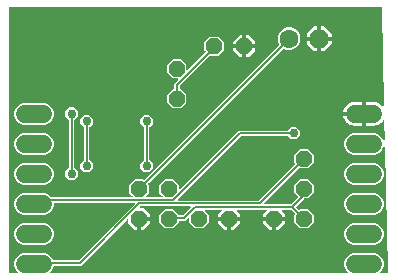
<source format=gbr>
G04 EAGLE Gerber RS-274X export*
G75*
%MOMM*%
%FSLAX34Y34*%
%LPD*%
%INBottom Copper*%
%IPPOS*%
%AMOC8*
5,1,8,0,0,1.08239X$1,22.5*%
G01*
%ADD10P,1.732040X8X22.500000*%
%ADD11C,1.600200*%
%ADD12P,1.429621X8X202.500000*%
%ADD13P,1.429621X8X22.500000*%
%ADD14P,1.429621X8X292.500000*%
%ADD15P,1.429621X8X112.500000*%
%ADD16C,1.524000*%
%ADD17C,0.152400*%
%ADD18C,0.756400*%

G36*
X11208Y10934D02*
X11208Y10934D01*
X11279Y10936D01*
X11328Y10954D01*
X11380Y10962D01*
X11443Y10996D01*
X11510Y11021D01*
X11551Y11053D01*
X11597Y11078D01*
X11646Y11130D01*
X11702Y11174D01*
X11731Y11218D01*
X11766Y11256D01*
X11797Y11321D01*
X11835Y11381D01*
X11848Y11432D01*
X11870Y11479D01*
X11878Y11550D01*
X11895Y11620D01*
X11891Y11672D01*
X11897Y11723D01*
X11882Y11794D01*
X11876Y11865D01*
X11856Y11913D01*
X11845Y11964D01*
X11808Y12025D01*
X11780Y12091D01*
X11735Y12147D01*
X11719Y12175D01*
X11701Y12190D01*
X11675Y12222D01*
X10027Y13870D01*
X8635Y17231D01*
X8635Y20869D01*
X10027Y24230D01*
X12600Y26803D01*
X15961Y28195D01*
X34839Y28195D01*
X38200Y26803D01*
X40773Y24230D01*
X41461Y22569D01*
X41522Y22469D01*
X41582Y22369D01*
X41587Y22365D01*
X41590Y22360D01*
X41680Y22285D01*
X41769Y22209D01*
X41775Y22207D01*
X41780Y22203D01*
X41888Y22161D01*
X41997Y22117D01*
X42005Y22116D01*
X42009Y22115D01*
X42028Y22114D01*
X42164Y22099D01*
X62745Y22099D01*
X62836Y22113D01*
X62926Y22121D01*
X62956Y22133D01*
X62988Y22138D01*
X63069Y22181D01*
X63153Y22217D01*
X63185Y22243D01*
X63206Y22254D01*
X63228Y22277D01*
X63284Y22322D01*
X110528Y69566D01*
X110570Y69624D01*
X110619Y69676D01*
X110641Y69723D01*
X110671Y69765D01*
X110692Y69834D01*
X110723Y69899D01*
X110728Y69951D01*
X110744Y70001D01*
X110742Y70072D01*
X110750Y70143D01*
X110739Y70194D01*
X110737Y70246D01*
X110713Y70314D01*
X110698Y70384D01*
X110671Y70429D01*
X110653Y70477D01*
X110608Y70533D01*
X110571Y70595D01*
X110532Y70629D01*
X110499Y70669D01*
X110439Y70708D01*
X110384Y70755D01*
X110336Y70774D01*
X110292Y70802D01*
X110223Y70820D01*
X110156Y70847D01*
X110085Y70855D01*
X110054Y70863D01*
X110030Y70861D01*
X109990Y70865D01*
X42926Y70865D01*
X42906Y70862D01*
X42887Y70864D01*
X42785Y70842D01*
X42683Y70826D01*
X42666Y70816D01*
X42646Y70812D01*
X42557Y70759D01*
X42466Y70710D01*
X42452Y70696D01*
X42435Y70686D01*
X42368Y70607D01*
X42296Y70532D01*
X42288Y70514D01*
X42275Y70499D01*
X42236Y70403D01*
X42193Y70309D01*
X42191Y70289D01*
X42183Y70271D01*
X42165Y70104D01*
X42165Y68031D01*
X40773Y64670D01*
X38200Y62097D01*
X34839Y60705D01*
X15961Y60705D01*
X12600Y62097D01*
X10027Y64670D01*
X8635Y68031D01*
X8635Y71669D01*
X10027Y75030D01*
X12600Y77603D01*
X15961Y78995D01*
X34839Y78995D01*
X38200Y77603D01*
X40141Y75662D01*
X40215Y75609D01*
X40284Y75549D01*
X40314Y75537D01*
X40341Y75518D01*
X40428Y75491D01*
X40512Y75457D01*
X40553Y75453D01*
X40576Y75446D01*
X40608Y75447D01*
X40679Y75439D01*
X108078Y75439D01*
X108148Y75450D01*
X108220Y75452D01*
X108269Y75470D01*
X108320Y75478D01*
X108384Y75512D01*
X108451Y75537D01*
X108492Y75569D01*
X108538Y75594D01*
X108587Y75646D01*
X108643Y75690D01*
X108671Y75734D01*
X108707Y75772D01*
X108737Y75837D01*
X108776Y75897D01*
X108789Y75948D01*
X108811Y75995D01*
X108819Y76066D01*
X108836Y76136D01*
X108832Y76188D01*
X108838Y76239D01*
X108823Y76310D01*
X108817Y76381D01*
X108797Y76429D01*
X108786Y76480D01*
X108749Y76541D01*
X108721Y76607D01*
X108676Y76663D01*
X108659Y76691D01*
X108642Y76706D01*
X108616Y76738D01*
X106171Y79183D01*
X106171Y85917D01*
X110933Y90679D01*
X117667Y90679D01*
X118020Y90326D01*
X118036Y90314D01*
X118048Y90299D01*
X118135Y90243D01*
X118219Y90183D01*
X118238Y90177D01*
X118255Y90166D01*
X118356Y90141D01*
X118454Y90110D01*
X118474Y90111D01*
X118494Y90106D01*
X118597Y90114D01*
X118700Y90117D01*
X118719Y90123D01*
X118739Y90125D01*
X118834Y90165D01*
X118931Y90201D01*
X118947Y90214D01*
X118965Y90221D01*
X119096Y90326D01*
X232777Y204007D01*
X232844Y204101D01*
X232915Y204195D01*
X232917Y204201D01*
X232920Y204207D01*
X232955Y204317D01*
X232991Y204429D01*
X232991Y204436D01*
X232993Y204442D01*
X232990Y204558D01*
X232989Y204675D01*
X232987Y204682D01*
X232986Y204687D01*
X232980Y204705D01*
X232942Y204836D01*
X231774Y207655D01*
X231774Y211445D01*
X233224Y214946D01*
X235904Y217626D01*
X239405Y219076D01*
X243195Y219076D01*
X246696Y217626D01*
X249376Y214946D01*
X250826Y211445D01*
X250826Y207655D01*
X249376Y204154D01*
X246696Y201474D01*
X243195Y200024D01*
X239405Y200024D01*
X236946Y201043D01*
X236832Y201070D01*
X236718Y201098D01*
X236712Y201098D01*
X236706Y201099D01*
X236590Y201088D01*
X236473Y201079D01*
X236468Y201077D01*
X236461Y201076D01*
X236354Y201028D01*
X236247Y200983D01*
X236241Y200978D01*
X236237Y200976D01*
X236223Y200963D01*
X236116Y200878D01*
X122330Y87092D01*
X122318Y87076D01*
X122303Y87064D01*
X122247Y86976D01*
X122187Y86892D01*
X122181Y86873D01*
X122170Y86857D01*
X122145Y86756D01*
X122114Y86657D01*
X122115Y86637D01*
X122110Y86618D01*
X122118Y86515D01*
X122121Y86411D01*
X122127Y86393D01*
X122129Y86373D01*
X122169Y86278D01*
X122205Y86180D01*
X122218Y86165D01*
X122225Y86147D01*
X122330Y86016D01*
X122429Y85917D01*
X122429Y79183D01*
X119984Y76738D01*
X119942Y76680D01*
X119893Y76628D01*
X119871Y76581D01*
X119840Y76539D01*
X119819Y76470D01*
X119789Y76405D01*
X119783Y76353D01*
X119768Y76303D01*
X119770Y76232D01*
X119762Y76161D01*
X119773Y76110D01*
X119774Y76058D01*
X119799Y75990D01*
X119814Y75920D01*
X119841Y75875D01*
X119859Y75827D01*
X119904Y75771D01*
X119941Y75709D01*
X119980Y75675D01*
X120013Y75635D01*
X120073Y75596D01*
X120127Y75549D01*
X120176Y75530D01*
X120220Y75502D01*
X120289Y75484D01*
X120356Y75457D01*
X120427Y75449D01*
X120458Y75441D01*
X120481Y75443D01*
X120522Y75439D01*
X133478Y75439D01*
X133548Y75450D01*
X133620Y75452D01*
X133669Y75470D01*
X133720Y75478D01*
X133784Y75512D01*
X133851Y75537D01*
X133892Y75569D01*
X133938Y75594D01*
X133987Y75646D01*
X134043Y75690D01*
X134071Y75734D01*
X134107Y75772D01*
X134137Y75837D01*
X134176Y75897D01*
X134189Y75948D01*
X134211Y75995D01*
X134219Y76066D01*
X134236Y76136D01*
X134232Y76188D01*
X134238Y76239D01*
X134223Y76310D01*
X134217Y76381D01*
X134197Y76429D01*
X134186Y76480D01*
X134149Y76541D01*
X134121Y76607D01*
X134076Y76663D01*
X134059Y76691D01*
X134042Y76706D01*
X134016Y76738D01*
X131571Y79183D01*
X131571Y85917D01*
X136333Y90679D01*
X143067Y90679D01*
X147829Y85917D01*
X147829Y82796D01*
X147840Y82726D01*
X147842Y82654D01*
X147860Y82605D01*
X147868Y82554D01*
X147902Y82490D01*
X147927Y82423D01*
X147959Y82382D01*
X147984Y82336D01*
X148036Y82287D01*
X148080Y82231D01*
X148124Y82203D01*
X148162Y82167D01*
X148227Y82137D01*
X148287Y82098D01*
X148338Y82085D01*
X148385Y82063D01*
X148456Y82055D01*
X148526Y82038D01*
X148578Y82042D01*
X148629Y82036D01*
X148700Y82051D01*
X148771Y82057D01*
X148819Y82077D01*
X148870Y82088D01*
X148931Y82125D01*
X148997Y82153D01*
X149053Y82198D01*
X149081Y82215D01*
X149096Y82232D01*
X149128Y82258D01*
X198697Y131827D01*
X239831Y131827D01*
X239921Y131841D01*
X240012Y131849D01*
X240041Y131861D01*
X240073Y131866D01*
X240154Y131909D01*
X240238Y131945D01*
X240270Y131971D01*
X240291Y131982D01*
X240313Y132005D01*
X240369Y132050D01*
X243166Y134847D01*
X247562Y134847D01*
X250671Y131738D01*
X250671Y127342D01*
X247562Y124233D01*
X243166Y124233D01*
X240369Y127030D01*
X240295Y127083D01*
X240225Y127143D01*
X240195Y127155D01*
X240169Y127174D01*
X240082Y127201D01*
X239997Y127235D01*
X239956Y127239D01*
X239934Y127246D01*
X239902Y127245D01*
X239831Y127253D01*
X200907Y127253D01*
X200816Y127239D01*
X200726Y127231D01*
X200696Y127219D01*
X200664Y127214D01*
X200583Y127171D01*
X200499Y127135D01*
X200467Y127109D01*
X200446Y127098D01*
X200424Y127075D01*
X200368Y127030D01*
X147028Y73690D01*
X146986Y73632D01*
X146937Y73580D01*
X146915Y73533D01*
X146885Y73491D01*
X146864Y73422D01*
X146833Y73357D01*
X146828Y73305D01*
X146812Y73255D01*
X146814Y73184D01*
X146806Y73113D01*
X146817Y73062D01*
X146819Y73010D01*
X146843Y72942D01*
X146858Y72872D01*
X146885Y72827D01*
X146903Y72779D01*
X146948Y72723D01*
X146985Y72661D01*
X147024Y72627D01*
X147057Y72587D01*
X147117Y72548D01*
X147172Y72501D01*
X147220Y72482D01*
X147264Y72454D01*
X147333Y72436D01*
X147400Y72409D01*
X147471Y72401D01*
X147502Y72393D01*
X147526Y72395D01*
X147566Y72391D01*
X215145Y72391D01*
X215236Y72405D01*
X215326Y72413D01*
X215356Y72425D01*
X215388Y72430D01*
X215469Y72473D01*
X215553Y72509D01*
X215585Y72535D01*
X215606Y72546D01*
X215628Y72569D01*
X215684Y72614D01*
X246224Y103154D01*
X246236Y103170D01*
X246251Y103182D01*
X246307Y103270D01*
X246367Y103354D01*
X246373Y103373D01*
X246384Y103389D01*
X246409Y103490D01*
X246440Y103589D01*
X246439Y103609D01*
X246444Y103628D01*
X246436Y103731D01*
X246433Y103834D01*
X246427Y103853D01*
X246425Y103873D01*
X246385Y103968D01*
X246349Y104066D01*
X246336Y104081D01*
X246329Y104099D01*
X246224Y104230D01*
X245871Y104583D01*
X245871Y111317D01*
X250633Y116079D01*
X257367Y116079D01*
X262129Y111317D01*
X262129Y104583D01*
X257367Y99821D01*
X250633Y99821D01*
X250534Y99920D01*
X250518Y99931D01*
X250506Y99947D01*
X250419Y100003D01*
X250335Y100063D01*
X250316Y100069D01*
X250299Y100080D01*
X250199Y100105D01*
X250100Y100136D01*
X250080Y100135D01*
X250060Y100140D01*
X249957Y100132D01*
X249854Y100129D01*
X249835Y100123D01*
X249815Y100121D01*
X249720Y100081D01*
X249623Y100045D01*
X249607Y100032D01*
X249589Y100025D01*
X249458Y99920D01*
X220180Y70642D01*
X220138Y70584D01*
X220089Y70532D01*
X220067Y70485D01*
X220037Y70443D01*
X220016Y70374D01*
X219985Y70309D01*
X219980Y70257D01*
X219964Y70207D01*
X219966Y70136D01*
X219958Y70065D01*
X219969Y70014D01*
X219971Y69962D01*
X219995Y69894D01*
X220010Y69824D01*
X220037Y69780D01*
X220055Y69731D01*
X220100Y69675D01*
X220137Y69613D01*
X220176Y69579D01*
X220209Y69539D01*
X220269Y69500D01*
X220324Y69453D01*
X220372Y69434D01*
X220416Y69406D01*
X220485Y69388D01*
X220552Y69361D01*
X220623Y69353D01*
X220654Y69345D01*
X220678Y69347D01*
X220718Y69343D01*
X242577Y69343D01*
X242668Y69357D01*
X242758Y69365D01*
X242788Y69377D01*
X242820Y69382D01*
X242901Y69425D01*
X242985Y69461D01*
X243017Y69487D01*
X243038Y69498D01*
X243060Y69521D01*
X243116Y69566D01*
X248764Y75214D01*
X248776Y75230D01*
X248791Y75242D01*
X248847Y75330D01*
X248907Y75414D01*
X248913Y75433D01*
X248924Y75449D01*
X248949Y75550D01*
X248980Y75649D01*
X248979Y75669D01*
X248984Y75688D01*
X248976Y75791D01*
X248973Y75894D01*
X248967Y75913D01*
X248965Y75933D01*
X248925Y76028D01*
X248889Y76126D01*
X248876Y76141D01*
X248869Y76159D01*
X248764Y76290D01*
X245871Y79183D01*
X245871Y85917D01*
X250633Y90679D01*
X257367Y90679D01*
X262129Y85917D01*
X262129Y79183D01*
X257367Y74421D01*
X254755Y74421D01*
X254664Y74407D01*
X254574Y74399D01*
X254544Y74387D01*
X254512Y74382D01*
X254431Y74339D01*
X254347Y74303D01*
X254315Y74277D01*
X254294Y74266D01*
X254272Y74243D01*
X254216Y74198D01*
X247612Y67594D01*
X247601Y67578D01*
X247585Y67566D01*
X247529Y67478D01*
X247469Y67395D01*
X247463Y67376D01*
X247452Y67359D01*
X247427Y67258D01*
X247396Y67159D01*
X247397Y67140D01*
X247392Y67120D01*
X247400Y67017D01*
X247403Y66914D01*
X247410Y66895D01*
X247411Y66875D01*
X247451Y66780D01*
X247487Y66683D01*
X247500Y66667D01*
X247507Y66649D01*
X247612Y66518D01*
X249204Y64926D01*
X249220Y64914D01*
X249232Y64899D01*
X249320Y64843D01*
X249404Y64783D01*
X249423Y64777D01*
X249439Y64766D01*
X249540Y64741D01*
X249639Y64710D01*
X249659Y64711D01*
X249678Y64706D01*
X249781Y64714D01*
X249885Y64717D01*
X249903Y64723D01*
X249923Y64725D01*
X250018Y64765D01*
X250116Y64801D01*
X250131Y64814D01*
X250149Y64821D01*
X250280Y64926D01*
X250633Y65279D01*
X257367Y65279D01*
X262129Y60517D01*
X262129Y53783D01*
X257367Y49021D01*
X250633Y49021D01*
X245871Y53783D01*
X245871Y60517D01*
X245970Y60616D01*
X245981Y60632D01*
X245997Y60644D01*
X246053Y60731D01*
X246113Y60815D01*
X246119Y60834D01*
X246130Y60851D01*
X246155Y60951D01*
X246186Y61050D01*
X246185Y61070D01*
X246190Y61090D01*
X246182Y61193D01*
X246179Y61296D01*
X246173Y61315D01*
X246171Y61335D01*
X246132Y61425D01*
X246128Y61445D01*
X246120Y61459D01*
X246095Y61527D01*
X246083Y61543D01*
X246075Y61561D01*
X246012Y61640D01*
X246002Y61656D01*
X245992Y61665D01*
X245970Y61692D01*
X243116Y64546D01*
X243042Y64599D01*
X242972Y64659D01*
X242942Y64671D01*
X242916Y64690D01*
X242829Y64717D01*
X242744Y64751D01*
X242703Y64755D01*
X242681Y64762D01*
X242649Y64761D01*
X242577Y64769D01*
X235751Y64769D01*
X235680Y64758D01*
X235609Y64756D01*
X235560Y64738D01*
X235508Y64730D01*
X235445Y64696D01*
X235378Y64671D01*
X235337Y64639D01*
X235291Y64614D01*
X235242Y64562D01*
X235186Y64518D01*
X235157Y64474D01*
X235122Y64436D01*
X235091Y64371D01*
X235053Y64311D01*
X235040Y64260D01*
X235018Y64213D01*
X235010Y64142D01*
X234993Y64072D01*
X234997Y64020D01*
X234991Y63969D01*
X235006Y63898D01*
X235012Y63827D01*
X235032Y63779D01*
X235043Y63728D01*
X235080Y63667D01*
X235108Y63601D01*
X235153Y63545D01*
X235169Y63517D01*
X235187Y63502D01*
X235213Y63470D01*
X237745Y60938D01*
X237745Y58673D01*
X229362Y58673D01*
X229342Y58670D01*
X229323Y58672D01*
X229221Y58650D01*
X229119Y58633D01*
X229102Y58624D01*
X229082Y58620D01*
X228993Y58567D01*
X228902Y58518D01*
X228888Y58504D01*
X228871Y58494D01*
X228804Y58415D01*
X228733Y58340D01*
X228724Y58322D01*
X228711Y58307D01*
X228673Y58211D01*
X228629Y58117D01*
X228627Y58097D01*
X228619Y58079D01*
X228601Y57912D01*
X228601Y57149D01*
X228599Y57149D01*
X228599Y57912D01*
X228596Y57932D01*
X228598Y57951D01*
X228576Y58053D01*
X228559Y58155D01*
X228550Y58172D01*
X228546Y58192D01*
X228493Y58281D01*
X228444Y58372D01*
X228430Y58386D01*
X228420Y58403D01*
X228341Y58470D01*
X228266Y58541D01*
X228248Y58550D01*
X228233Y58563D01*
X228137Y58602D01*
X228043Y58645D01*
X228023Y58647D01*
X228005Y58655D01*
X227838Y58673D01*
X219455Y58673D01*
X219455Y60938D01*
X221987Y63470D01*
X222029Y63528D01*
X222078Y63580D01*
X222100Y63627D01*
X222131Y63669D01*
X222152Y63738D01*
X222182Y63803D01*
X222188Y63855D01*
X222203Y63905D01*
X222201Y63976D01*
X222209Y64047D01*
X222198Y64098D01*
X222197Y64150D01*
X222172Y64218D01*
X222157Y64288D01*
X222130Y64333D01*
X222112Y64381D01*
X222067Y64437D01*
X222031Y64499D01*
X221991Y64533D01*
X221959Y64573D01*
X221898Y64612D01*
X221844Y64659D01*
X221795Y64678D01*
X221752Y64706D01*
X221682Y64724D01*
X221616Y64751D01*
X221544Y64759D01*
X221513Y64767D01*
X221490Y64765D01*
X221449Y64769D01*
X197651Y64769D01*
X197580Y64758D01*
X197509Y64756D01*
X197460Y64738D01*
X197408Y64730D01*
X197345Y64696D01*
X197278Y64671D01*
X197237Y64639D01*
X197191Y64614D01*
X197142Y64562D01*
X197086Y64518D01*
X197057Y64474D01*
X197022Y64436D01*
X196991Y64371D01*
X196953Y64311D01*
X196940Y64260D01*
X196918Y64213D01*
X196910Y64142D01*
X196893Y64072D01*
X196897Y64020D01*
X196891Y63969D01*
X196906Y63898D01*
X196912Y63827D01*
X196932Y63779D01*
X196943Y63728D01*
X196980Y63667D01*
X197008Y63601D01*
X197053Y63545D01*
X197069Y63517D01*
X197087Y63502D01*
X197113Y63470D01*
X199645Y60938D01*
X199645Y58673D01*
X191262Y58673D01*
X191242Y58670D01*
X191223Y58672D01*
X191121Y58650D01*
X191019Y58633D01*
X191002Y58624D01*
X190982Y58620D01*
X190893Y58567D01*
X190802Y58518D01*
X190788Y58504D01*
X190771Y58494D01*
X190704Y58415D01*
X190633Y58340D01*
X190624Y58322D01*
X190611Y58307D01*
X190573Y58211D01*
X190529Y58117D01*
X190527Y58097D01*
X190519Y58079D01*
X190501Y57912D01*
X190501Y57149D01*
X190499Y57149D01*
X190499Y57912D01*
X190496Y57932D01*
X190498Y57951D01*
X190476Y58053D01*
X190459Y58155D01*
X190450Y58172D01*
X190446Y58192D01*
X190393Y58281D01*
X190344Y58372D01*
X190330Y58386D01*
X190320Y58403D01*
X190241Y58470D01*
X190166Y58541D01*
X190148Y58550D01*
X190133Y58563D01*
X190037Y58602D01*
X189943Y58645D01*
X189923Y58647D01*
X189905Y58655D01*
X189738Y58673D01*
X181355Y58673D01*
X181355Y60938D01*
X183887Y63470D01*
X183929Y63528D01*
X183978Y63580D01*
X184000Y63627D01*
X184031Y63669D01*
X184052Y63738D01*
X184082Y63803D01*
X184088Y63855D01*
X184103Y63905D01*
X184101Y63976D01*
X184109Y64047D01*
X184098Y64098D01*
X184097Y64150D01*
X184072Y64218D01*
X184057Y64288D01*
X184030Y64333D01*
X184012Y64381D01*
X183967Y64437D01*
X183931Y64499D01*
X183891Y64533D01*
X183859Y64573D01*
X183798Y64612D01*
X183744Y64659D01*
X183695Y64678D01*
X183652Y64706D01*
X183582Y64724D01*
X183516Y64751D01*
X183444Y64759D01*
X183413Y64767D01*
X183390Y64765D01*
X183349Y64769D01*
X170814Y64769D01*
X170744Y64758D01*
X170672Y64756D01*
X170623Y64738D01*
X170572Y64730D01*
X170508Y64696D01*
X170441Y64671D01*
X170400Y64639D01*
X170354Y64614D01*
X170305Y64562D01*
X170249Y64518D01*
X170221Y64474D01*
X170185Y64436D01*
X170155Y64371D01*
X170116Y64311D01*
X170103Y64260D01*
X170081Y64213D01*
X170073Y64142D01*
X170056Y64072D01*
X170060Y64020D01*
X170054Y63969D01*
X170069Y63898D01*
X170075Y63827D01*
X170095Y63779D01*
X170106Y63728D01*
X170143Y63667D01*
X170171Y63601D01*
X170216Y63545D01*
X170233Y63517D01*
X170250Y63502D01*
X170276Y63470D01*
X173229Y60517D01*
X173229Y53783D01*
X168467Y49021D01*
X161733Y49021D01*
X156971Y53783D01*
X156971Y57412D01*
X156960Y57482D01*
X156958Y57554D01*
X156940Y57603D01*
X156932Y57654D01*
X156898Y57718D01*
X156873Y57785D01*
X156841Y57826D01*
X156816Y57872D01*
X156764Y57921D01*
X156720Y57977D01*
X156676Y58005D01*
X156638Y58041D01*
X156573Y58071D01*
X156513Y58110D01*
X156462Y58123D01*
X156415Y58145D01*
X156344Y58153D01*
X156274Y58170D01*
X156222Y58166D01*
X156171Y58172D01*
X156100Y58157D01*
X156029Y58151D01*
X155981Y58131D01*
X155930Y58120D01*
X155869Y58083D01*
X155803Y58055D01*
X155747Y58010D01*
X155719Y57993D01*
X155704Y57976D01*
X155672Y57950D01*
X153347Y55625D01*
X148590Y55625D01*
X148570Y55622D01*
X148551Y55624D01*
X148449Y55602D01*
X148347Y55586D01*
X148330Y55576D01*
X148310Y55572D01*
X148221Y55519D01*
X148130Y55470D01*
X148116Y55456D01*
X148099Y55446D01*
X148032Y55367D01*
X147960Y55292D01*
X147952Y55274D01*
X147939Y55259D01*
X147900Y55163D01*
X147857Y55069D01*
X147855Y55049D01*
X147847Y55031D01*
X147829Y54864D01*
X147829Y53783D01*
X143067Y49021D01*
X136333Y49021D01*
X131571Y53783D01*
X131571Y60517D01*
X136333Y65279D01*
X143067Y65279D01*
X147924Y60422D01*
X147998Y60369D01*
X148067Y60309D01*
X148098Y60297D01*
X148124Y60278D01*
X148211Y60251D01*
X148296Y60217D01*
X148337Y60213D01*
X148359Y60206D01*
X148391Y60207D01*
X148462Y60199D01*
X151137Y60199D01*
X151228Y60213D01*
X151318Y60221D01*
X151348Y60233D01*
X151380Y60238D01*
X151461Y60281D01*
X151545Y60317D01*
X151577Y60343D01*
X151598Y60354D01*
X151620Y60377D01*
X151676Y60422D01*
X157772Y66518D01*
X157814Y66576D01*
X157863Y66628D01*
X157885Y66675D01*
X157915Y66717D01*
X157936Y66786D01*
X157967Y66851D01*
X157972Y66903D01*
X157988Y66953D01*
X157986Y67024D01*
X157994Y67095D01*
X157983Y67146D01*
X157981Y67198D01*
X157957Y67266D01*
X157942Y67336D01*
X157915Y67381D01*
X157897Y67429D01*
X157852Y67485D01*
X157815Y67547D01*
X157776Y67581D01*
X157743Y67621D01*
X157683Y67660D01*
X157628Y67707D01*
X157580Y67726D01*
X157536Y67754D01*
X157467Y67772D01*
X157400Y67799D01*
X157329Y67807D01*
X157298Y67815D01*
X157274Y67813D01*
X157234Y67817D01*
X115563Y67817D01*
X115471Y67802D01*
X115379Y67795D01*
X115342Y67781D01*
X115320Y67778D01*
X115291Y67762D01*
X115222Y67737D01*
X115165Y67695D01*
X115102Y67662D01*
X115066Y67624D01*
X115023Y67593D01*
X114982Y67535D01*
X114933Y67484D01*
X114911Y67436D01*
X114880Y67393D01*
X114859Y67325D01*
X114829Y67261D01*
X114823Y67208D01*
X114808Y67157D01*
X114810Y67087D01*
X114802Y67017D01*
X114814Y66965D01*
X114815Y66911D01*
X114839Y66845D01*
X114854Y66776D01*
X114882Y66731D01*
X114900Y66681D01*
X114944Y66626D01*
X114981Y66565D01*
X115021Y66531D01*
X115054Y66489D01*
X115114Y66451D01*
X115168Y66405D01*
X115217Y66385D01*
X115262Y66357D01*
X115330Y66340D01*
X115396Y66313D01*
X115469Y66305D01*
X115500Y66297D01*
X115523Y66299D01*
X115562Y66295D01*
X118088Y66295D01*
X123445Y60938D01*
X123445Y58673D01*
X115062Y58673D01*
X115042Y58670D01*
X115023Y58672D01*
X114921Y58650D01*
X114819Y58633D01*
X114802Y58624D01*
X114782Y58620D01*
X114693Y58567D01*
X114602Y58518D01*
X114588Y58504D01*
X114571Y58494D01*
X114504Y58415D01*
X114433Y58340D01*
X114424Y58322D01*
X114411Y58307D01*
X114373Y58211D01*
X114329Y58117D01*
X114327Y58097D01*
X114319Y58079D01*
X114301Y57912D01*
X114301Y57149D01*
X113538Y57149D01*
X113518Y57146D01*
X113499Y57148D01*
X113397Y57126D01*
X113295Y57109D01*
X113278Y57100D01*
X113258Y57096D01*
X113169Y57043D01*
X113078Y56994D01*
X113064Y56980D01*
X113047Y56970D01*
X112980Y56891D01*
X112909Y56816D01*
X112900Y56798D01*
X112887Y56783D01*
X112848Y56687D01*
X112805Y56593D01*
X112803Y56573D01*
X112795Y56555D01*
X112777Y56388D01*
X112777Y48005D01*
X110512Y48005D01*
X105155Y53362D01*
X105155Y55888D01*
X105144Y55958D01*
X105142Y56030D01*
X105124Y56079D01*
X105116Y56130D01*
X105082Y56194D01*
X105057Y56261D01*
X105025Y56302D01*
X105000Y56348D01*
X104948Y56397D01*
X104904Y56453D01*
X104860Y56481D01*
X104822Y56517D01*
X104757Y56547D01*
X104697Y56586D01*
X104646Y56599D01*
X104599Y56621D01*
X104528Y56629D01*
X104458Y56646D01*
X104406Y56642D01*
X104355Y56648D01*
X104284Y56633D01*
X104213Y56627D01*
X104165Y56607D01*
X104114Y56596D01*
X104053Y56559D01*
X103987Y56531D01*
X103931Y56486D01*
X103903Y56469D01*
X103888Y56452D01*
X103856Y56426D01*
X64955Y17525D01*
X42795Y17525D01*
X42680Y17506D01*
X42564Y17489D01*
X42559Y17487D01*
X42553Y17486D01*
X42450Y17431D01*
X42345Y17378D01*
X42341Y17373D01*
X42335Y17370D01*
X42255Y17286D01*
X42173Y17202D01*
X42169Y17196D01*
X42166Y17192D01*
X42158Y17175D01*
X42092Y17055D01*
X40773Y13870D01*
X39125Y12222D01*
X39083Y12164D01*
X39034Y12112D01*
X39012Y12065D01*
X38981Y12023D01*
X38960Y11954D01*
X38930Y11889D01*
X38924Y11837D01*
X38909Y11787D01*
X38911Y11716D01*
X38903Y11645D01*
X38914Y11594D01*
X38915Y11542D01*
X38940Y11474D01*
X38955Y11404D01*
X38982Y11359D01*
X39000Y11311D01*
X39045Y11255D01*
X39081Y11193D01*
X39121Y11159D01*
X39153Y11119D01*
X39214Y11080D01*
X39268Y11033D01*
X39317Y11014D01*
X39360Y10986D01*
X39430Y10968D01*
X39496Y10941D01*
X39568Y10933D01*
X39599Y10925D01*
X39622Y10927D01*
X39663Y10923D01*
X290537Y10923D01*
X290608Y10934D01*
X290679Y10936D01*
X290728Y10954D01*
X290780Y10962D01*
X290843Y10996D01*
X290910Y11021D01*
X290951Y11053D01*
X290997Y11078D01*
X291046Y11130D01*
X291102Y11174D01*
X291131Y11218D01*
X291166Y11256D01*
X291197Y11321D01*
X291235Y11381D01*
X291248Y11432D01*
X291270Y11479D01*
X291278Y11550D01*
X291295Y11620D01*
X291291Y11672D01*
X291297Y11723D01*
X291282Y11794D01*
X291276Y11865D01*
X291256Y11913D01*
X291245Y11964D01*
X291208Y12025D01*
X291180Y12091D01*
X291135Y12147D01*
X291119Y12175D01*
X291101Y12190D01*
X291075Y12222D01*
X289427Y13870D01*
X288035Y17231D01*
X288035Y20869D01*
X289427Y24230D01*
X292000Y26803D01*
X295361Y28195D01*
X314239Y28195D01*
X317600Y26803D01*
X320173Y24230D01*
X321565Y20869D01*
X321565Y17231D01*
X320173Y13870D01*
X318525Y12222D01*
X318483Y12164D01*
X318434Y12112D01*
X318412Y12065D01*
X318381Y12023D01*
X318360Y11954D01*
X318330Y11889D01*
X318324Y11837D01*
X318309Y11787D01*
X318311Y11716D01*
X318303Y11645D01*
X318314Y11594D01*
X318315Y11542D01*
X318340Y11474D01*
X318355Y11404D01*
X318382Y11359D01*
X318400Y11311D01*
X318445Y11255D01*
X318481Y11193D01*
X318521Y11159D01*
X318553Y11119D01*
X318614Y11080D01*
X318668Y11033D01*
X318717Y11014D01*
X318760Y10986D01*
X318830Y10968D01*
X318896Y10941D01*
X318968Y10933D01*
X318999Y10925D01*
X319022Y10927D01*
X319063Y10923D01*
X324563Y10923D01*
X324592Y10928D01*
X324622Y10925D01*
X324713Y10947D01*
X324805Y10962D01*
X324832Y10976D01*
X324860Y10983D01*
X324940Y11034D01*
X325023Y11078D01*
X325043Y11099D01*
X325068Y11115D01*
X325127Y11188D01*
X325192Y11256D01*
X325205Y11283D01*
X325223Y11306D01*
X325256Y11394D01*
X325296Y11479D01*
X325299Y11508D01*
X325309Y11536D01*
X325324Y11703D01*
X322610Y117547D01*
X322593Y117633D01*
X322585Y117720D01*
X322570Y117753D01*
X322564Y117788D01*
X322521Y117865D01*
X322485Y117945D01*
X322461Y117971D01*
X322443Y118003D01*
X322378Y118062D01*
X322319Y118126D01*
X322287Y118144D01*
X322260Y118168D01*
X322180Y118202D01*
X322103Y118245D01*
X322068Y118251D01*
X322035Y118265D01*
X321948Y118273D01*
X321861Y118288D01*
X321826Y118283D01*
X321790Y118286D01*
X321704Y118265D01*
X321618Y118253D01*
X321586Y118236D01*
X321551Y118228D01*
X321477Y118181D01*
X321398Y118141D01*
X321373Y118115D01*
X321343Y118096D01*
X321288Y118028D01*
X321226Y117966D01*
X321204Y117925D01*
X321188Y117905D01*
X321177Y117876D01*
X321145Y117819D01*
X320173Y115470D01*
X317600Y112897D01*
X314239Y111505D01*
X295361Y111505D01*
X292000Y112897D01*
X289427Y115470D01*
X288035Y118831D01*
X288035Y122469D01*
X289427Y125830D01*
X292000Y128403D01*
X295361Y129795D01*
X314239Y129795D01*
X317600Y128403D01*
X320173Y125830D01*
X320975Y123894D01*
X321031Y123803D01*
X321084Y123709D01*
X321096Y123698D01*
X321104Y123684D01*
X321187Y123616D01*
X321266Y123545D01*
X321281Y123538D01*
X321294Y123528D01*
X321394Y123489D01*
X321492Y123447D01*
X321508Y123445D01*
X321523Y123439D01*
X321630Y123435D01*
X321737Y123426D01*
X321753Y123430D01*
X321769Y123429D01*
X321872Y123459D01*
X321976Y123484D01*
X321990Y123493D01*
X322005Y123498D01*
X322093Y123558D01*
X322184Y123616D01*
X322194Y123629D01*
X322207Y123638D01*
X322271Y123724D01*
X322339Y123807D01*
X322344Y123822D01*
X322354Y123835D01*
X322387Y123937D01*
X322425Y124037D01*
X322426Y124057D01*
X322430Y124069D01*
X322430Y124100D01*
X322439Y124204D01*
X322042Y139684D01*
X322019Y139803D01*
X321997Y139922D01*
X321996Y139924D01*
X321996Y139926D01*
X321937Y140031D01*
X321878Y140137D01*
X321876Y140138D01*
X321876Y140140D01*
X321785Y140222D01*
X321696Y140303D01*
X321694Y140304D01*
X321693Y140305D01*
X321583Y140353D01*
X321471Y140402D01*
X321469Y140402D01*
X321467Y140403D01*
X321347Y140413D01*
X321226Y140424D01*
X321224Y140423D01*
X321222Y140424D01*
X321105Y140395D01*
X320987Y140367D01*
X320985Y140366D01*
X320983Y140365D01*
X320879Y140299D01*
X320778Y140236D01*
X320777Y140234D01*
X320775Y140234D01*
X320771Y140228D01*
X320665Y140112D01*
X320170Y139431D01*
X319039Y138300D01*
X317745Y137360D01*
X316320Y136634D01*
X314799Y136139D01*
X313220Y135889D01*
X306323Y135889D01*
X306323Y145288D01*
X306320Y145308D01*
X306322Y145327D01*
X306300Y145429D01*
X306283Y145531D01*
X306274Y145548D01*
X306270Y145568D01*
X306217Y145657D01*
X306168Y145748D01*
X306154Y145762D01*
X306144Y145779D01*
X306065Y145846D01*
X305990Y145917D01*
X305972Y145926D01*
X305957Y145939D01*
X305861Y145977D01*
X305767Y146021D01*
X305747Y146023D01*
X305729Y146031D01*
X305562Y146049D01*
X304799Y146049D01*
X304799Y146051D01*
X305562Y146051D01*
X305582Y146054D01*
X305601Y146052D01*
X305703Y146074D01*
X305805Y146091D01*
X305822Y146100D01*
X305842Y146104D01*
X305931Y146157D01*
X306022Y146206D01*
X306036Y146220D01*
X306053Y146230D01*
X306120Y146309D01*
X306191Y146384D01*
X306200Y146402D01*
X306213Y146417D01*
X306252Y146513D01*
X306295Y146607D01*
X306297Y146627D01*
X306305Y146645D01*
X306323Y146812D01*
X306323Y156211D01*
X313220Y156211D01*
X314799Y155961D01*
X316320Y155466D01*
X317745Y154740D01*
X319039Y153800D01*
X320170Y152669D01*
X320326Y152455D01*
X320338Y152443D01*
X320347Y152427D01*
X320426Y152356D01*
X320501Y152282D01*
X320517Y152274D01*
X320530Y152262D01*
X320627Y152220D01*
X320721Y152174D01*
X320739Y152172D01*
X320755Y152164D01*
X320861Y152156D01*
X320965Y152142D01*
X320983Y152145D01*
X321001Y152144D01*
X321103Y152169D01*
X321207Y152189D01*
X321222Y152198D01*
X321239Y152202D01*
X321329Y152258D01*
X321420Y152311D01*
X321432Y152324D01*
X321447Y152334D01*
X321514Y152415D01*
X321584Y152494D01*
X321591Y152511D01*
X321602Y152525D01*
X321639Y152624D01*
X321681Y152720D01*
X321682Y152738D01*
X321688Y152755D01*
X321703Y152922D01*
X319573Y235986D01*
X319571Y235995D01*
X319572Y236005D01*
X319548Y236116D01*
X319527Y236227D01*
X319522Y236236D01*
X319520Y236246D01*
X319462Y236343D01*
X319406Y236442D01*
X319399Y236448D01*
X319394Y236457D01*
X319308Y236530D01*
X319224Y236606D01*
X319214Y236610D01*
X319207Y236617D01*
X319101Y236659D01*
X318998Y236704D01*
X318988Y236705D01*
X318979Y236709D01*
X318812Y236727D01*
X5334Y236727D01*
X5314Y236724D01*
X5295Y236726D01*
X5193Y236704D01*
X5091Y236688D01*
X5074Y236678D01*
X5054Y236674D01*
X4965Y236621D01*
X4874Y236572D01*
X4860Y236558D01*
X4843Y236548D01*
X4776Y236469D01*
X4704Y236394D01*
X4696Y236376D01*
X4683Y236361D01*
X4644Y236265D01*
X4601Y236171D01*
X4599Y236151D01*
X4591Y236133D01*
X4573Y235966D01*
X4573Y11684D01*
X4576Y11664D01*
X4574Y11645D01*
X4596Y11543D01*
X4612Y11441D01*
X4622Y11424D01*
X4626Y11404D01*
X4679Y11315D01*
X4728Y11224D01*
X4742Y11210D01*
X4752Y11193D01*
X4831Y11126D01*
X4906Y11054D01*
X4924Y11046D01*
X4939Y11033D01*
X5035Y10994D01*
X5129Y10951D01*
X5149Y10949D01*
X5167Y10941D01*
X5334Y10923D01*
X11137Y10923D01*
X11208Y10934D01*
G37*
%LPC*%
G36*
X142683Y150621D02*
X142683Y150621D01*
X137921Y155383D01*
X137921Y162117D01*
X142683Y166879D01*
X143256Y166879D01*
X143276Y166882D01*
X143295Y166880D01*
X143397Y166902D01*
X143499Y166918D01*
X143516Y166928D01*
X143536Y166932D01*
X143625Y166985D01*
X143716Y167034D01*
X143730Y167048D01*
X143747Y167058D01*
X143814Y167137D01*
X143886Y167212D01*
X143894Y167230D01*
X143907Y167245D01*
X143946Y167341D01*
X143989Y167435D01*
X143991Y167455D01*
X143999Y167473D01*
X144017Y167640D01*
X144017Y171635D01*
X147104Y174722D01*
X147146Y174780D01*
X147195Y174832D01*
X147217Y174879D01*
X147247Y174921D01*
X147268Y174990D01*
X147299Y175055D01*
X147304Y175107D01*
X147320Y175157D01*
X147318Y175228D01*
X147326Y175299D01*
X147315Y175350D01*
X147313Y175402D01*
X147289Y175470D01*
X147274Y175540D01*
X147247Y175585D01*
X147229Y175633D01*
X147184Y175689D01*
X147147Y175751D01*
X147108Y175785D01*
X147075Y175825D01*
X147015Y175864D01*
X146960Y175911D01*
X146912Y175930D01*
X146868Y175958D01*
X146799Y175976D01*
X146732Y176003D01*
X146661Y176011D01*
X146630Y176019D01*
X146606Y176017D01*
X146566Y176021D01*
X142683Y176021D01*
X137921Y180783D01*
X137921Y187517D01*
X142683Y192279D01*
X149417Y192279D01*
X154179Y187517D01*
X154179Y183634D01*
X154190Y183564D01*
X154192Y183492D01*
X154210Y183443D01*
X154218Y183392D01*
X154252Y183328D01*
X154277Y183261D01*
X154309Y183220D01*
X154334Y183174D01*
X154385Y183125D01*
X154430Y183069D01*
X154474Y183041D01*
X154512Y183005D01*
X154577Y182975D01*
X154637Y182936D01*
X154688Y182923D01*
X154735Y182901D01*
X154806Y182893D01*
X154876Y182876D01*
X154928Y182880D01*
X154979Y182874D01*
X155050Y182889D01*
X155121Y182895D01*
X155169Y182915D01*
X155220Y182926D01*
X155281Y182963D01*
X155347Y182991D01*
X155403Y183036D01*
X155431Y183053D01*
X155446Y183070D01*
X155478Y183096D01*
X170405Y198023D01*
X170417Y198039D01*
X170432Y198051D01*
X170488Y198139D01*
X170548Y198223D01*
X170554Y198242D01*
X170565Y198258D01*
X170590Y198359D01*
X170621Y198458D01*
X170620Y198478D01*
X170625Y198497D01*
X170617Y198600D01*
X170614Y198704D01*
X170608Y198722D01*
X170606Y198742D01*
X170566Y198837D01*
X170530Y198935D01*
X170517Y198950D01*
X170510Y198968D01*
X170405Y199099D01*
X169671Y199833D01*
X169671Y206567D01*
X174433Y211329D01*
X181167Y211329D01*
X185929Y206567D01*
X185929Y199833D01*
X181167Y195071D01*
X174237Y195071D01*
X174146Y195057D01*
X174056Y195049D01*
X174026Y195037D01*
X173994Y195032D01*
X173913Y194989D01*
X173829Y194953D01*
X173797Y194927D01*
X173776Y194916D01*
X173754Y194893D01*
X173698Y194848D01*
X148814Y169964D01*
X148761Y169890D01*
X148701Y169820D01*
X148689Y169790D01*
X148670Y169764D01*
X148643Y169677D01*
X148609Y169592D01*
X148605Y169551D01*
X148598Y169529D01*
X148599Y169497D01*
X148591Y169425D01*
X148591Y167640D01*
X148594Y167620D01*
X148592Y167601D01*
X148614Y167499D01*
X148630Y167397D01*
X148640Y167380D01*
X148644Y167360D01*
X148697Y167271D01*
X148746Y167180D01*
X148760Y167166D01*
X148770Y167149D01*
X148849Y167082D01*
X148924Y167010D01*
X148942Y167002D01*
X148957Y166989D01*
X149053Y166950D01*
X149147Y166907D01*
X149167Y166905D01*
X149185Y166897D01*
X149352Y166879D01*
X149417Y166879D01*
X154179Y162117D01*
X154179Y155383D01*
X149417Y150621D01*
X142683Y150621D01*
G37*
%LPD*%
%LPC*%
G36*
X15961Y35305D02*
X15961Y35305D01*
X12600Y36697D01*
X10027Y39270D01*
X8635Y42631D01*
X8635Y46269D01*
X10027Y49630D01*
X12600Y52203D01*
X15961Y53595D01*
X34839Y53595D01*
X38200Y52203D01*
X40773Y49630D01*
X42165Y46269D01*
X42165Y42631D01*
X40773Y39270D01*
X38200Y36697D01*
X34839Y35305D01*
X15961Y35305D01*
G37*
%LPD*%
%LPC*%
G36*
X15961Y86105D02*
X15961Y86105D01*
X12600Y87497D01*
X10027Y90070D01*
X8635Y93431D01*
X8635Y97069D01*
X10027Y100430D01*
X12600Y103003D01*
X15961Y104395D01*
X34839Y104395D01*
X38200Y103003D01*
X40773Y100430D01*
X42165Y97069D01*
X42165Y93431D01*
X40773Y90070D01*
X38200Y87497D01*
X34839Y86105D01*
X15961Y86105D01*
G37*
%LPD*%
%LPC*%
G36*
X295361Y35305D02*
X295361Y35305D01*
X292000Y36697D01*
X289427Y39270D01*
X288035Y42631D01*
X288035Y46269D01*
X289427Y49630D01*
X292000Y52203D01*
X295361Y53595D01*
X314239Y53595D01*
X317600Y52203D01*
X320173Y49630D01*
X321565Y46269D01*
X321565Y42631D01*
X320173Y39270D01*
X317600Y36697D01*
X314239Y35305D01*
X295361Y35305D01*
G37*
%LPD*%
%LPC*%
G36*
X295361Y60705D02*
X295361Y60705D01*
X292000Y62097D01*
X289427Y64670D01*
X288035Y68031D01*
X288035Y71669D01*
X289427Y75030D01*
X292000Y77603D01*
X295361Y78995D01*
X314239Y78995D01*
X317600Y77603D01*
X320173Y75030D01*
X321565Y71669D01*
X321565Y68031D01*
X320173Y64670D01*
X317600Y62097D01*
X314239Y60705D01*
X295361Y60705D01*
G37*
%LPD*%
%LPC*%
G36*
X15961Y136905D02*
X15961Y136905D01*
X12600Y138297D01*
X10027Y140870D01*
X8635Y144231D01*
X8635Y147869D01*
X10027Y151230D01*
X12600Y153803D01*
X15961Y155195D01*
X34839Y155195D01*
X38200Y153803D01*
X40773Y151230D01*
X42165Y147869D01*
X42165Y144231D01*
X40773Y140870D01*
X38200Y138297D01*
X34839Y136905D01*
X15961Y136905D01*
G37*
%LPD*%
%LPC*%
G36*
X295361Y86105D02*
X295361Y86105D01*
X292000Y87497D01*
X289427Y90070D01*
X288035Y93431D01*
X288035Y97069D01*
X289427Y100430D01*
X292000Y103003D01*
X295361Y104395D01*
X314239Y104395D01*
X317600Y103003D01*
X320173Y100430D01*
X321565Y97069D01*
X321565Y93431D01*
X320173Y90070D01*
X317600Y87497D01*
X314239Y86105D01*
X295361Y86105D01*
G37*
%LPD*%
%LPC*%
G36*
X15961Y111505D02*
X15961Y111505D01*
X12600Y112897D01*
X10027Y115470D01*
X8635Y118831D01*
X8635Y122469D01*
X10027Y125830D01*
X12600Y128403D01*
X15961Y129795D01*
X34839Y129795D01*
X38200Y128403D01*
X40773Y125830D01*
X42165Y122469D01*
X42165Y118831D01*
X40773Y115470D01*
X38200Y112897D01*
X34839Y111505D01*
X15961Y111505D01*
G37*
%LPD*%
%LPC*%
G36*
X54952Y89943D02*
X54952Y89943D01*
X51843Y93052D01*
X51843Y97448D01*
X54640Y100245D01*
X54687Y100311D01*
X54698Y100322D01*
X54701Y100328D01*
X54753Y100389D01*
X54765Y100419D01*
X54784Y100445D01*
X54811Y100532D01*
X54845Y100617D01*
X54849Y100658D01*
X54856Y100680D01*
X54855Y100712D01*
X54863Y100783D01*
X54863Y140517D01*
X54849Y140607D01*
X54841Y140698D01*
X54829Y140727D01*
X54824Y140759D01*
X54781Y140840D01*
X54745Y140924D01*
X54719Y140956D01*
X54708Y140977D01*
X54685Y140999D01*
X54640Y141055D01*
X51843Y143852D01*
X51843Y148248D01*
X54952Y151357D01*
X59348Y151357D01*
X62457Y148248D01*
X62457Y143852D01*
X59660Y141055D01*
X59607Y140981D01*
X59547Y140911D01*
X59535Y140881D01*
X59516Y140855D01*
X59489Y140768D01*
X59455Y140683D01*
X59451Y140642D01*
X59444Y140620D01*
X59445Y140588D01*
X59437Y140517D01*
X59437Y100783D01*
X59451Y100693D01*
X59459Y100602D01*
X59471Y100573D01*
X59476Y100541D01*
X59519Y100460D01*
X59555Y100376D01*
X59581Y100344D01*
X59592Y100323D01*
X59615Y100301D01*
X59660Y100245D01*
X62457Y97448D01*
X62457Y93052D01*
X59348Y89943D01*
X54952Y89943D01*
G37*
%LPD*%
%LPC*%
G36*
X67652Y96293D02*
X67652Y96293D01*
X64543Y99402D01*
X64543Y103798D01*
X67340Y106595D01*
X67393Y106669D01*
X67453Y106739D01*
X67465Y106769D01*
X67484Y106795D01*
X67511Y106882D01*
X67545Y106967D01*
X67549Y107008D01*
X67556Y107030D01*
X67555Y107062D01*
X67563Y107133D01*
X67563Y134167D01*
X67549Y134257D01*
X67541Y134348D01*
X67529Y134377D01*
X67524Y134409D01*
X67481Y134490D01*
X67445Y134574D01*
X67419Y134606D01*
X67408Y134627D01*
X67385Y134649D01*
X67340Y134705D01*
X64543Y137502D01*
X64543Y141898D01*
X67652Y145007D01*
X72048Y145007D01*
X75157Y141898D01*
X75157Y137502D01*
X72360Y134705D01*
X72307Y134631D01*
X72247Y134561D01*
X72235Y134531D01*
X72216Y134505D01*
X72189Y134418D01*
X72155Y134333D01*
X72151Y134292D01*
X72144Y134270D01*
X72145Y134238D01*
X72137Y134167D01*
X72137Y107133D01*
X72151Y107043D01*
X72159Y106952D01*
X72171Y106923D01*
X72176Y106891D01*
X72219Y106810D01*
X72255Y106726D01*
X72281Y106694D01*
X72292Y106673D01*
X72315Y106651D01*
X72360Y106595D01*
X75157Y103798D01*
X75157Y99402D01*
X72048Y96293D01*
X67652Y96293D01*
G37*
%LPD*%
%LPC*%
G36*
X118452Y96293D02*
X118452Y96293D01*
X115343Y99402D01*
X115343Y103798D01*
X118140Y106595D01*
X118193Y106669D01*
X118253Y106739D01*
X118265Y106769D01*
X118284Y106795D01*
X118311Y106882D01*
X118345Y106967D01*
X118349Y107008D01*
X118356Y107030D01*
X118355Y107062D01*
X118363Y107133D01*
X118363Y134167D01*
X118349Y134257D01*
X118341Y134348D01*
X118329Y134377D01*
X118324Y134409D01*
X118281Y134490D01*
X118245Y134574D01*
X118219Y134606D01*
X118208Y134627D01*
X118185Y134649D01*
X118140Y134705D01*
X115343Y137502D01*
X115343Y141898D01*
X118452Y145007D01*
X122848Y145007D01*
X125957Y141898D01*
X125957Y137502D01*
X123160Y134705D01*
X123107Y134631D01*
X123047Y134561D01*
X123035Y134531D01*
X123016Y134505D01*
X122989Y134418D01*
X122955Y134333D01*
X122951Y134292D01*
X122944Y134270D01*
X122945Y134238D01*
X122937Y134167D01*
X122937Y107133D01*
X122951Y107043D01*
X122959Y106952D01*
X122971Y106923D01*
X122976Y106891D01*
X123019Y106810D01*
X123055Y106726D01*
X123081Y106694D01*
X123092Y106673D01*
X123115Y106651D01*
X123160Y106595D01*
X125957Y103798D01*
X125957Y99402D01*
X122848Y96293D01*
X118452Y96293D01*
G37*
%LPD*%
%LPC*%
G36*
X287134Y147573D02*
X287134Y147573D01*
X287269Y148429D01*
X287764Y149950D01*
X288490Y151375D01*
X289430Y152669D01*
X290561Y153800D01*
X291855Y154740D01*
X293280Y155466D01*
X294801Y155961D01*
X296380Y156211D01*
X303277Y156211D01*
X303277Y147573D01*
X287134Y147573D01*
G37*
%LPD*%
%LPC*%
G36*
X296380Y135889D02*
X296380Y135889D01*
X294801Y136139D01*
X293280Y136634D01*
X291855Y137360D01*
X290561Y138300D01*
X289430Y139431D01*
X288490Y140725D01*
X287764Y142150D01*
X287269Y143671D01*
X287134Y144527D01*
X303277Y144527D01*
X303277Y135889D01*
X296380Y135889D01*
G37*
%LPD*%
%LPC*%
G36*
X268223Y211073D02*
X268223Y211073D01*
X268223Y220092D01*
X271067Y220092D01*
X277242Y213917D01*
X277242Y211073D01*
X268223Y211073D01*
G37*
%LPD*%
%LPC*%
G36*
X256158Y211073D02*
X256158Y211073D01*
X256158Y213917D01*
X262333Y220092D01*
X265177Y220092D01*
X265177Y211073D01*
X256158Y211073D01*
G37*
%LPD*%
%LPC*%
G36*
X268223Y199008D02*
X268223Y199008D01*
X268223Y208027D01*
X277242Y208027D01*
X277242Y205183D01*
X271067Y199008D01*
X268223Y199008D01*
G37*
%LPD*%
%LPC*%
G36*
X262333Y199008D02*
X262333Y199008D01*
X256158Y205183D01*
X256158Y208027D01*
X265177Y208027D01*
X265177Y199008D01*
X262333Y199008D01*
G37*
%LPD*%
%LPC*%
G36*
X204723Y204723D02*
X204723Y204723D01*
X204723Y212345D01*
X206988Y212345D01*
X212345Y206988D01*
X212345Y204723D01*
X204723Y204723D01*
G37*
%LPD*%
%LPC*%
G36*
X194055Y204723D02*
X194055Y204723D01*
X194055Y206988D01*
X199412Y212345D01*
X201677Y212345D01*
X201677Y204723D01*
X194055Y204723D01*
G37*
%LPD*%
%LPC*%
G36*
X204723Y194055D02*
X204723Y194055D01*
X204723Y201677D01*
X212345Y201677D01*
X212345Y199412D01*
X206988Y194055D01*
X204723Y194055D01*
G37*
%LPD*%
%LPC*%
G36*
X192023Y48005D02*
X192023Y48005D01*
X192023Y55627D01*
X199645Y55627D01*
X199645Y53362D01*
X194288Y48005D01*
X192023Y48005D01*
G37*
%LPD*%
%LPC*%
G36*
X115823Y48005D02*
X115823Y48005D01*
X115823Y55627D01*
X123445Y55627D01*
X123445Y53362D01*
X118088Y48005D01*
X115823Y48005D01*
G37*
%LPD*%
%LPC*%
G36*
X230123Y48005D02*
X230123Y48005D01*
X230123Y55627D01*
X237745Y55627D01*
X237745Y53362D01*
X232388Y48005D01*
X230123Y48005D01*
G37*
%LPD*%
%LPC*%
G36*
X224812Y48005D02*
X224812Y48005D01*
X219455Y53362D01*
X219455Y55627D01*
X227077Y55627D01*
X227077Y48005D01*
X224812Y48005D01*
G37*
%LPD*%
%LPC*%
G36*
X186712Y48005D02*
X186712Y48005D01*
X181355Y53362D01*
X181355Y55627D01*
X188977Y55627D01*
X188977Y48005D01*
X186712Y48005D01*
G37*
%LPD*%
%LPC*%
G36*
X199412Y194055D02*
X199412Y194055D01*
X194055Y199412D01*
X194055Y201677D01*
X201677Y201677D01*
X201677Y194055D01*
X199412Y194055D01*
G37*
%LPD*%
%LPC*%
G36*
X203199Y203199D02*
X203199Y203199D01*
X203199Y203201D01*
X203201Y203201D01*
X203201Y203199D01*
X203199Y203199D01*
G37*
%LPD*%
%LPC*%
G36*
X266699Y209549D02*
X266699Y209549D01*
X266699Y209551D01*
X266701Y209551D01*
X266701Y209549D01*
X266699Y209549D01*
G37*
%LPD*%
D10*
X266700Y209550D03*
D11*
X241300Y209550D03*
D12*
X254000Y57150D03*
X228600Y57150D03*
D13*
X177800Y203200D03*
X203200Y203200D03*
D14*
X114300Y82550D03*
X114300Y57150D03*
D15*
X146050Y158750D03*
X146050Y184150D03*
X254000Y82550D03*
X254000Y107950D03*
D14*
X139700Y82550D03*
X139700Y57150D03*
D12*
X190500Y57150D03*
X165100Y57150D03*
D16*
X297180Y146050D02*
X312420Y146050D01*
X312420Y120650D02*
X297180Y120650D01*
X297180Y95250D02*
X312420Y95250D01*
X312420Y69850D02*
X297180Y69850D01*
X297180Y44450D02*
X312420Y44450D01*
X312420Y19050D02*
X297180Y19050D01*
X33020Y19050D02*
X17780Y19050D01*
X17780Y44450D02*
X33020Y44450D01*
X33020Y69850D02*
X17780Y69850D01*
X17780Y95250D02*
X33020Y95250D01*
X33020Y120650D02*
X17780Y120650D01*
X17780Y146050D02*
X33020Y146050D01*
D17*
X25908Y19812D02*
X64008Y19812D01*
X114300Y70104D01*
X216408Y70104D01*
X252984Y106680D01*
X25908Y19812D02*
X25400Y19050D01*
X252984Y106680D02*
X254000Y107950D01*
X152400Y57912D02*
X140208Y57912D01*
X152400Y57912D02*
X161544Y67056D01*
X243840Y67056D01*
X252984Y57912D01*
X140208Y57912D02*
X139700Y57150D01*
X252984Y57912D02*
X254000Y57150D01*
X252984Y76200D02*
X252984Y82296D01*
X252984Y76200D02*
X243840Y67056D01*
X252984Y82296D02*
X254000Y82550D01*
X146304Y160020D02*
X146304Y170688D01*
X176784Y201168D01*
X176784Y202184D01*
X146304Y160020D02*
X146050Y158750D01*
X176784Y202184D02*
X177800Y203200D01*
D18*
X120650Y101600D03*
D17*
X120650Y139700D01*
D18*
X120650Y139700D03*
X69850Y101600D03*
D17*
X69850Y139700D01*
D18*
X69850Y139700D03*
X57150Y146050D03*
X57150Y95250D03*
D17*
X57150Y146050D01*
X114300Y82296D02*
X240792Y208788D01*
X241300Y209550D01*
X114300Y82550D02*
X114300Y82296D01*
X199644Y129540D02*
X245364Y129540D01*
X199644Y129540D02*
X143256Y73152D01*
X28956Y73152D01*
X25908Y70104D01*
X25400Y69850D01*
D18*
X245364Y129540D03*
M02*

</source>
